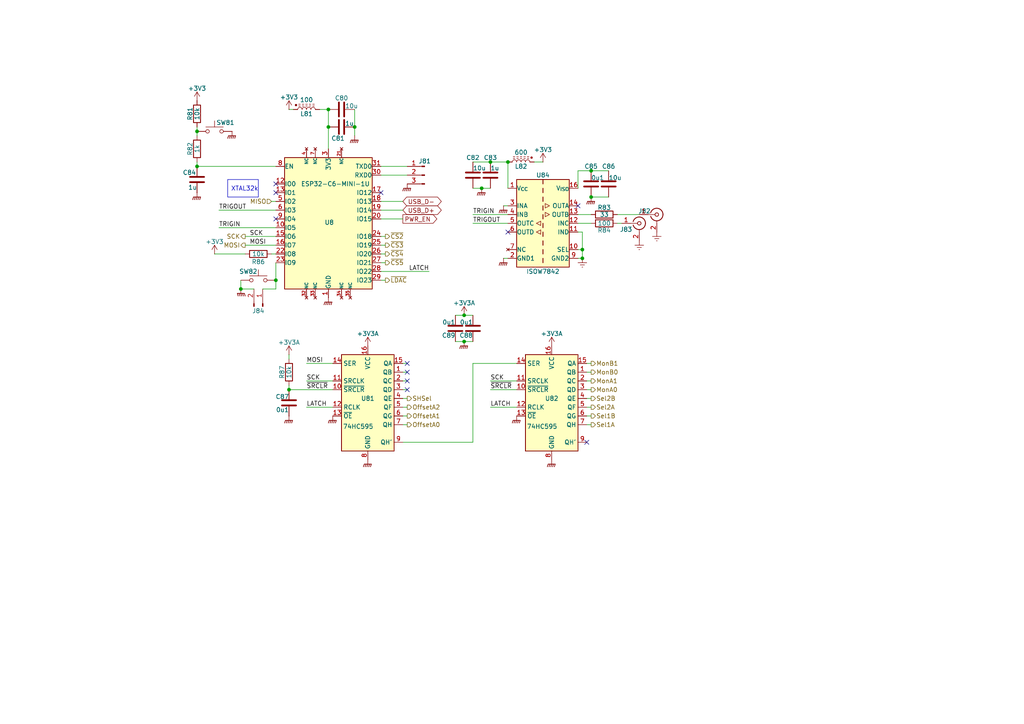
<source format=kicad_sch>
(kicad_sch (version 20250114) (generator "eeschema") (generator_version "9.0")
  (paper "A4")
  (lib_symbols
    (symbol "74xx:74HC595"
      (property "Reference" "U" (at -7.62 13.97 0))
      (property "Value" "74HC595" (at -7.62 -16.51 0))
      (symbol "74HC595_1_0"
        (pin input line (at -10.16 10.16 0) (length 2.54) (name "SER") (number "14"))
        (pin input line (at -10.16 5.08 0) (length 2.54) (name "SRCLK") (number "11"))
        (pin input line (at -10.16 2.54 0) (length 2.54) (name "~{SRCLR}") (number "10"))
        (pin input line (at -10.16 -2.54 0) (length 2.54) (name "RCLK") (number "12"))
        (pin input line (at -10.16 -5.08 0) (length 2.54) (name "~{OE}") (number "13"))
        (pin power_in line (at 0 15.24 270) (length 2.54) (name "VCC") (number "16"))
        (pin power_in line (at 0 -17.78 90) (length 2.54) (name "GND") (number "8"))
        (pin tri_state line (at 10.16 10.16 180) (length 2.54) (name "QA") (number "15"))
        (pin tri_state line (at 10.16 7.62 180) (length 2.54) (name "QB") (number "1"))
        (pin tri_state line (at 10.16 5.08 180) (length 2.54) (name "QC") (number "2"))
        (pin tri_state line (at 10.16 2.54 180) (length 2.54) (name "QD") (number "3"))
        (pin tri_state line (at 10.16 0 180) (length 2.54) (name "QE") (number "4"))
        (pin tri_state line (at 10.16 -2.54 180) (length 2.54) (name "QF") (number "5"))
        (pin tri_state line (at 10.16 -5.08 180) (length 2.54) (name "QG") (number "6"))
        (pin tri_state line (at 10.16 -7.62 180) (length 2.54) (name "QH") (number "7"))
        (pin output line (at 10.16 -12.7 180) (length 2.54) (name "QH'") (number "9"))
      )
      (symbol "74HC595_1_1"
        (rectangle (start -7.62 12.7) (end 7.62 -15.24) (stroke (width 0.254)) (fill (type background)))
      )
    )
    (symbol "Connector:Conn_01x02_Pin" (pin_names (offset 1.016) (hide yes))
      (property "Reference" "J" (at 0 2.54 0))
      (property "Value" "Conn_01x02_Pin" (at 0 -5.08 0))
      (symbol "Conn_01x02_Pin_1_1"
        (rectangle (start 0.8636 0.127) (end 0 -0.127) (stroke (width 0.1524)) (fill (type outline)))
        (rectangle (start 0.8636 -2.413) (end 0 -2.667) (stroke (width 0.1524)) (fill (type outline)))
        (polyline (pts (xy 1.27 0) (xy 0.8636 0)) (stroke (width 0.1524)))
        (polyline (pts (xy 1.27 -2.54) (xy 0.8636 -2.54)) (stroke (width 0.1524)))
        (pin passive line (at 5.08 0 180) (length 3.81) (name "Pin_1") (number "1"))
        (pin passive line (at 5.08 -2.54 180) (length 3.81) (name "Pin_2") (number "2"))
      )
    )
    (symbol "Connector:Conn_01x03_Pin" (pin_names (offset 1.016) (hide yes))
      (property "Reference" "J" (at 0 5.08 0))
      (property "Value" "Conn_01x03_Pin" (at 0 -5.08 0))
      (symbol "Conn_01x03_Pin_1_1"
        (rectangle (start 0.8636 2.667) (end 0 2.413) (stroke (width 0.1524)) (fill (type outline)))
        (rectangle (start 0.8636 0.127) (end 0 -0.127) (stroke (width 0.1524)) (fill (type outline)))
        (rectangle (start 0.8636 -2.413) (end 0 -2.667) (stroke (width 0.1524)) (fill (type outline)))
        (polyline (pts (xy 1.27 2.54) (xy 0.8636 2.54)) (stroke (width 0.1524)))
        (polyline (pts (xy 1.27 0) (xy 0.8636 0)) (stroke (width 0.1524)))
        (polyline (pts (xy 1.27 -2.54) (xy 0.8636 -2.54)) (stroke (width 0.1524)))
        (pin passive line (at 5.08 2.54 180) (length 3.81) (name "Pin_1") (number "1"))
        (pin passive line (at 5.08 0 180) (length 3.81) (name "Pin_2") (number "2"))
        (pin passive line (at 5.08 -2.54 180) (length 3.81) (name "Pin_3") (number "3"))
      )
    )
    (symbol "Connector:Conn_Coaxial" (pin_names (offset 1.016) (hide yes))
      (property "Reference" "J" (at 0.254 3.048 0))
      (property "Value" "Conn_Coaxial" (at 2.921 0 90))
      (symbol "Conn_Coaxial_0_1"
        (polyline (pts (xy -2.54 0) (xy -0.508 0)))
        (arc (start 1.778 0) (mid 0.222 -1.8079) (end -1.778 -0.508) (stroke (width 0.254)))
        (arc (start -1.778 0.508) (mid 0.2221 1.8084) (end 1.778 0) (stroke (width 0.254)))
        (circle (center 0 0) (radius 0.508) (stroke (width 0.2032)))
        (polyline (pts (xy 0 -2.54) (xy 0 -1.778)))
      )
      (symbol "Conn_Coaxial_1_1"
        (pin passive line (at -5.08 0 0) (length 2.54) (name "In") (number "1"))
        (pin passive line (at 0 -5.08 90) (length 2.54) (name "Ext") (number "2"))
      )
    )
    (symbol "Device:C" (pin_numbers (hide yes)) (pin_names (offset 0.254))
      (property "Reference" "C" (at 0.635 2.54 0))
      (property "Value" "C" (at 0.635 -2.54 0))
      (symbol "C_0_1"
        (polyline (pts (xy -2.032 0.762) (xy 2.032 0.762)) (stroke (width 0.508)))
        (polyline (pts (xy -2.032 -0.762) (xy 2.032 -0.762)) (stroke (width 0.508)))
      )
      (symbol "C_1_1"
        (pin passive line (at 0 3.81 270) (length 2.794) (name "~") (number "1"))
        (pin passive line (at 0 -3.81 90) (length 2.794) (name "~") (number "2"))
      )
    )
    (symbol "Device:R" (pin_numbers (hide yes)) (pin_names (offset 0))
      (property "Reference" "R" (at 2.032 0 90))
      (property "Value" "R" (at 0 0 90))
      (symbol "R_0_1"
        (rectangle (start -1.016 -2.54) (end 1.016 2.54) (stroke (width 0.254)))
      )
      (symbol "R_1_1"
        (pin passive line (at 0 3.81 270) (length 1.27) (name "~") (number "1"))
        (pin passive line (at 0 -3.81 90) (length 1.27) (name "~") (number "2"))
      )
    )
    (symbol "Parts:+3V3A" (power) (pin_numbers (hide yes)) (pin_names (offset 0) (hide yes))
      (property "Value" "+3V3A" (at 0 3.556 0))
      (symbol "+3V3A_0_1"
        (polyline (pts (xy -0.762 1.27) (xy 0 2.54)))
        (polyline (pts (xy 0 2.54) (xy 0.762 1.27)))
        (polyline (pts (xy 0 0) (xy 0 2.54)))
      )
      (symbol "+3V3A_1_1"
        (pin power_in line (at 0 0 90) (length 0) (name "~") (number "1"))
      )
    )
    (symbol "Parts:ESP32-C6-MINI-1U" (pin_names (offset 0.002))
      (property "Reference" "U" (at 0 0 0))
      (property "Value" "ESP32-C6-MINI-1U" (at 2.032 11.43 0))
      (symbol "ESP32-C6-MINI-1U_0_1"
        (rectangle (start -12.7 19.05) (end 12.7 -19.05) (stroke (width 0.254)) (fill (type background)))
      )
      (symbol "ESP32-C6-MINI-1U_1_1"
        (pin input line (at -15.24 16.51 0) (length 2.54) (name "EN") (number "8"))
        (pin bidirectional line (at -15.24 11.43 0) (length 2.54) (name "IO0") (number "12"))
        (pin bidirectional line (at -15.24 8.89 0) (length 2.54) (name "IO1") (number "13"))
        (pin bidirectional line (at -15.24 6.35 0) (length 2.54) (name "IO2") (number "5"))
        (pin bidirectional line (at -15.24 3.81 0) (length 2.54) (name "IO3") (number "6"))
        (pin bidirectional line (at -15.24 1.27 0) (length 2.54) (name "IO4") (number "9"))
        (pin bidirectional line (at -15.24 -1.27 0) (length 2.54) (name "IO5") (number "10"))
        (pin bidirectional line (at -15.24 -3.81 0) (length 2.54) (name "IO6") (number "15"))
        (pin bidirectional line (at -15.24 -6.35 0) (length 2.54) (name "IO7") (number "16"))
        (pin bidirectional line (at -15.24 -8.89 0) (length 2.54) (name "IO8") (number "22"))
        (pin bidirectional line (at -15.24 -11.43 0) (length 2.54) (name "IO9") (number "23"))
        (pin no_connect line (at -6.35 21.59 270) (length 2.54) (name "NC") (number "4"))
        (pin no_connect line (at -6.35 -21.59 90) (length 2.54) (name "NC") (number "32"))
        (pin no_connect line (at -3.81 21.59 270) (length 2.54) (name "NC") (number "7"))
        (pin no_connect line (at -3.81 -21.59 90) (length 2.54) (name "NC") (number "33"))
        (pin power_in line (at 0 21.59 270) (length 2.54) (name "3V3") (number "3"))
        (pin power_in line (at 0 -21.59 90) (length 2.54) (name "GND") (number "1"))
        (pin passive line (at 0 -21.59 90) (length 2.54) (hide yes) (name "GND") (number "11"))
        (pin passive line (at 0 -21.59 90) (length 2.54) (hide yes) (name "GND") (number "14"))
        (pin passive line (at 0 -21.59 90) (length 2.54) (hide yes) (name "GND") (number "2"))
        (pin passive line (at 0 -21.59 90) (length 2.54) (hide yes) (name "GND") (number "36"))
        (pin passive line (at 0 -21.59 90) (length 2.54) (hide yes) (name "GND") (number "37"))
        (pin passive line (at 0 -21.59 90) (length 2.54) (hide yes) (name "GND") (number "38"))
        (pin passive line (at 0 -21.59 90) (length 2.54) (hide yes) (name "GND") (number "39"))
        (pin passive line (at 0 -21.59 90) (length 2.54) (hide yes) (name "GND") (number "40"))
        (pin passive line (at 0 -21.59 90) (length 2.54) (hide yes) (name "GND") (number "41"))
        (pin passive line (at 0 -21.59 90) (length 2.54) (hide yes) (name "GND") (number "42"))
        (pin passive line (at 0 -21.59 90) (length 2.54) (hide yes) (name "GND") (number "43"))
        (pin passive line (at 0 -21.59 90) (length 2.54) (hide yes) (name "GND") (number "44"))
        (pin passive line (at 0 -21.59 90) (length 2.54) (hide yes) (name "GND") (number "45"))
        (pin passive line (at 0 -21.59 90) (length 2.54) (hide yes) (name "GND") (number "46"))
        (pin passive line (at 0 -21.59 90) (length 2.54) (hide yes) (name "GND") (number "47"))
        (pin passive line (at 0 -21.59 90) (length 2.54) (hide yes) (name "GND") (number "48"))
        (pin passive line (at 0 -21.59 90) (length 2.54) (hide yes) (name "GND") (number "49"))
        (pin passive line (at 0 -21.59 90) (length 2.54) (hide yes) (name "GND") (number "50"))
        (pin passive line (at 0 -21.59 90) (length 2.54) (hide yes) (name "GND") (number "51"))
        (pin passive line (at 0 -21.59 90) (length 2.54) (hide yes) (name "GND") (number "52"))
        (pin passive line (at 0 -21.59 90) (length 2.54) (hide yes) (name "GND") (number "53"))
        (pin no_connect line (at 3.81 21.59 270) (length 2.54) (name "NC") (number "21"))
        (pin no_connect line (at 3.81 -21.59 90) (length 2.54) (name "NC") (number "34"))
        (pin no_connect line (at 6.35 -21.59 90) (length 2.54) (name "NC") (number "35"))
        (pin bidirectional line (at 15.24 16.51 180) (length 2.54) (name "TXD0") (number "31"))
        (pin bidirectional line (at 15.24 13.97 180) (length 2.54) (name "RXD0") (number "30"))
        (pin bidirectional line (at 15.24 8.89 180) (length 2.54) (name "IO12") (number "17"))
        (pin bidirectional line (at 15.24 6.35 180) (length 2.54) (name "IO13") (number "18"))
        (pin bidirectional line (at 15.24 3.81 180) (length 2.54) (name "IO14") (number "19"))
        (pin bidirectional line (at 15.24 1.27 180) (length 2.54) (name "IO15") (number "20"))
        (pin bidirectional line (at 15.24 -3.81 180) (length 2.54) (name "IO18") (number "24"))
        (pin bidirectional line (at 15.24 -6.35 180) (length 2.54) (name "IO19") (number "25"))
        (pin bidirectional line (at 15.24 -8.89 180) (length 2.54) (name "IO20") (number "26"))
        (pin bidirectional line (at 15.24 -11.43 180) (length 2.54) (name "IO21") (number "27"))
        (pin bidirectional line (at 15.24 -13.97 180) (length 2.54) (name "IO22") (number "28"))
        (pin bidirectional line (at 15.24 -16.51 180) (length 2.54) (name "IO23") (number "29"))
      )
    )
    (symbol "Parts:ISOW7842" (pin_names (offset 0.002))
      (property "Reference" "U" (at -4.318 7.366 0))
      (property "Value" "ISOW7842" (at 0 -13.97 0))
      (symbol "ISOW7842_0_1"
        (polyline (pts (xy -1.905 0) (xy -0.635 -0.635) (xy -0.635 0.635) (xy -1.905 0)))
        (polyline (pts (xy -1.905 -2.54) (xy -0.635 -1.905) (xy -0.635 -3.175) (xy -1.905 -2.54)))
        (polyline (pts (xy 0.635 5.715) (xy 0.635 4.445) (xy 1.905 5.08) (xy 0.635 5.715)))
        (polyline (pts (xy 0.635 3.175) (xy 0.635 1.905) (xy 1.905 2.54) (xy 0.635 3.175)))
      )
      (symbol "ISOW7842_1_1"
        (rectangle (start -7.62 12.7) (end 7.62 -12.7) (stroke (width 0.254)) (fill (type background)))
        (polyline (pts (xy 0 12.7) (xy 0 11.43)) (stroke (width 0.254)))
        (polyline (pts (xy 0 10.16) (xy 0 8.89)) (stroke (width 0.254)))
        (polyline (pts (xy 0 7.62) (xy 0 6.35)) (stroke (width 0.254)))
        (polyline (pts (xy 0 5.08) (xy 0 3.81)) (stroke (width 0.254)))
        (polyline (pts (xy 0 2.54) (xy 0 1.27)) (stroke (width 0.254)))
        (polyline (pts (xy 0 0) (xy 0 -1.27)) (stroke (width 0.254)))
        (polyline (pts (xy 0 -2.54) (xy 0 -3.81)) (stroke (width 0.254)))
        (polyline (pts (xy 0 -5.08) (xy 0 -6.35)) (stroke (width 0.254)))
        (polyline (pts (xy 0 -7.62) (xy 0 -8.89)) (stroke (width 0.254)))
        (polyline (pts (xy 0 -10.16) (xy 0 -11.43)) (stroke (width 0.254)))
        (pin power_in line (at -10.16 10.16 0) (length 2.54) (name "V_{CC}") (number "1"))
        (pin input line (at -10.16 5.08 0) (length 2.54) (name "INA") (number "3"))
        (pin input line (at -10.16 2.54 0) (length 2.54) (name "INB") (number "4"))
        (pin output line (at -10.16 0 0) (length 2.54) (name "OUTC") (number "5"))
        (pin output line (at -10.16 -2.54 0) (length 2.54) (name "OUTD") (number "6"))
        (pin no_connect line (at -10.16 -7.62 0) (length 2.54) (name "NC") (number "7"))
        (pin power_in line (at -10.16 -10.16 0) (length 2.54) (name "GND1") (number "2"))
        (pin passive line (at -10.16 -10.16 0) (length 2.54) (hide yes) (name "GND1") (number "8"))
        (pin power_out line (at 10.16 10.16 180) (length 2.54) (name "V_{ISO}") (number "16"))
        (pin output line (at 10.16 5.08 180) (length 2.54) (name "OUTA") (number "14"))
        (pin output line (at 10.16 2.54 180) (length 2.54) (name "OUTB") (number "13"))
        (pin input line (at 10.16 0 180) (length 2.54) (name "INC") (number "12"))
        (pin input line (at 10.16 -2.54 180) (length 2.54) (name "IND") (number "11"))
        (pin input line (at 10.16 -7.62 180) (length 2.54) (name "SEL") (number "10"))
        (pin passive line (at 10.16 -10.16 180) (length 2.54) (hide yes) (name "GND2") (number "15"))
        (pin power_out line (at 10.16 -10.16 180) (length 2.54) (name "GND2") (number "9"))
      )
    )
    (symbol "Parts:L_Ferrite_Power" (pin_numbers (hide yes)) (pin_names (offset 1.016) (hide yes))
      (property "Reference" "L" (at -1.27 0 90))
      (property "Value" "L_Ferrite_Power" (at 2.794 0 90))
      (symbol "L_Ferrite_Power_0_1"
        (arc (start 0 2.54) (mid 0.6323 1.905) (end 0 1.27))
        (arc (start 0 1.27) (mid 0.6323 0.635) (end 0 0))
        (arc (start 0 0) (mid 0.6323 -0.635) (end 0 -1.27))
        (arc (start 0 -1.27) (mid 0.6323 -1.905) (end 0 -2.54))
        (polyline (pts (xy 1.016 1.778) (xy 1.016 2.286)))
        (polyline (pts (xy 1.016 0.762) (xy 1.016 1.27)))
        (polyline (pts (xy 1.016 -0.254) (xy 1.016 0.254)))
        (polyline (pts (xy 1.016 -1.27) (xy 1.016 -0.762)))
        (polyline (pts (xy 1.016 -2.286) (xy 1.016 -1.778)))
        (circle (center 1.27 3.048) (radius 0.254) (fill (type outline)))
        (polyline (pts (xy 1.524 2.286) (xy 1.524 1.778)))
        (polyline (pts (xy 1.524 1.27) (xy 1.524 0.762)))
        (polyline (pts (xy 1.524 0.254) (xy 1.524 -0.254)))
        (polyline (pts (xy 1.524 -0.762) (xy 1.524 -1.27)))
        (polyline (pts (xy 1.524 -1.778) (xy 1.524 -2.286)))
      )
      (symbol "L_Ferrite_Power_1_1"
        (pin power_in line (at 0 3.81 270) (length 1.27) (name "1") (number "1"))
        (pin power_out line (at 0 -3.81 90) (length 1.27) (name "2") (number "2"))
      )
    )
    (symbol "Switch:SW_Push" (pin_numbers (hide yes)) (pin_names (offset 1.016) (hide yes))
      (property "Reference" "SW" (at 1.27 2.54 0))
      (property "Value" "SW_Push" (at 0 -1.524 0))
      (symbol "SW_Push_0_1"
        (circle (center -2.032 0) (radius 0.508))
        (polyline (pts (xy 0 1.27) (xy 0 3.048)))
        (circle (center 2.032 0) (radius 0.508))
        (polyline (pts (xy 2.54 1.27) (xy -2.54 1.27)))
        (pin passive line (at -5.08 0 0) (length 2.54) (name "1") (number "1"))
        (pin passive line (at 5.08 0 180) (length 2.54) (name "2") (number "2"))
      )
    )
    (symbol "power:+3V3" (power) (pin_numbers (hide yes)) (pin_names (offset 0) (hide yes))
      (property "Value" "+3V3" (at 0 3.556 0))
      (symbol "+3V3_0_1"
        (polyline (pts (xy -0.762 1.27) (xy 0 2.54)))
        (polyline (pts (xy 0 2.54) (xy 0.762 1.27)))
        (polyline (pts (xy 0 0) (xy 0 2.54)))
      )
      (symbol "+3V3_1_1"
        (pin power_in line (at 0 0 90) (length 0) (name "~") (number "1"))
      )
    )
    (symbol "power:Earth" (power) (pin_numbers (hide yes)) (pin_names (offset 0) (hide yes))
      (property "Value" "Earth" (at 0 -3.81 0))
      (symbol "Earth_0_1"
        (polyline (pts (xy -0.635 -1.905) (xy 0.635 -1.905)))
        (polyline (pts (xy -0.127 -2.54) (xy 0.127 -2.54)))
        (polyline (pts (xy 0 -1.27) (xy 0 0)))
        (polyline (pts (xy 1.27 -1.27) (xy -1.27 -1.27)))
      )
      (symbol "Earth_1_1"
        (pin power_in line (at 0 0 270) (length 0) (name "~") (number "1"))
      )
    )
    (symbol "power:GNDPWR" (power) (pin_numbers (hide yes)) (pin_names (offset 0) (hide yes))
      (property "Value" "GNDPWR" (at 0 -3.302 0))
      (symbol "GNDPWR_0_1"
        (polyline (pts (xy -1.016 -1.27) (xy -1.27 -2.032) (xy -1.27 -2.032)) (stroke (width 0.2032)))
        (polyline (pts (xy -0.508 -1.27) (xy -0.762 -2.032) (xy -0.762 -2.032)) (stroke (width 0.2032)))
        (polyline (pts (xy 0 -1.27) (xy 0 0)))
        (polyline (pts (xy 0 -1.27) (xy -0.254 -2.032) (xy -0.254 -2.032)) (stroke (width 0.2032)))
        (polyline (pts (xy 0.508 -1.27) (xy 0.254 -2.032) (xy 0.254 -2.032)) (stroke (width 0.2032)))
        (polyline (pts (xy 1.016 -1.27) (xy -1.016 -1.27) (xy -1.016 -1.27)) (stroke (width 0.2032)))
        (polyline (pts (xy 1.016 -1.27) (xy 0.762 -2.032) (xy 0.762 -2.032) (xy 0.762 -2.032)) (stroke (width 0.2032)))
      )
      (symbol "GNDPWR_1_1"
        (pin power_in line (at 0 0 270) (length 0) (name "~") (number "1"))
      )
    )
  )
  (text_box "XTAL32k" (at 66.04 52.07 0) (size 8.8899 5.0799) (margins 0.9525 0.9525 0.9525 0.9525) (effects (font (size 1.27 1.27)) (justify left)))
  (junction (at 83.82 113.03))
  (junction (at 80.01 81.28))
  (junction (at 168.91 74.93))
  (junction (at 147.32 46.99))
  (junction (at 95.25 31.75))
  (junction (at 134.62 99.06))
  (junction (at 95.25 36.83))
  (junction (at 57.15 48.26))
  (junction (at 139.7 54.61))
  (junction (at 69.85 83.82))
  (junction (at 142.24 46.99))
  (junction (at 134.62 91.44))
  (junction (at 171.45 57.15))
  (junction (at 171.45 49.53))
  (junction (at 168.91 72.39))
  (junction (at 102.87 36.83))
  (junction (at 57.15 38.1))
  (no_connect (at 147.32 67.31))
  (no_connect (at 118.11 107.95))
  (no_connect (at 80.01 55.88))
  (no_connect (at 118.11 113.03))
  (no_connect (at 80.01 53.34))
  (no_connect (at 118.11 105.41))
  (no_connect (at 170.18 128.27))
  (no_connect (at 118.11 110.49))
  (no_connect (at 167.64 59.69))
  (no_connect (at 80.01 63.5))
  (no_connect (at 110.49 55.88))
  (wire (pts (xy 110.49 71.12) (xy 111.76 71.12)))
  (wire (pts (xy 137.16 64.77) (xy 147.32 64.77)))
  (wire (pts (xy 134.62 99.06) (xy 137.16 99.06)))
  (wire (pts (xy 110.49 63.5) (xy 116.84 63.5)))
  (wire (pts (xy 170.18 105.41) (xy 171.45 105.41)))
  (wire (pts (xy 76.2 83.82) (xy 80.01 83.82)))
  (wire (pts (xy 137.16 105.41) (xy 149.86 105.41)))
  (wire (pts (xy 146.05 59.69) (xy 147.32 59.69)))
  (wire (pts (xy 116.84 58.42) (xy 110.49 58.42)))
  (wire (pts (xy 171.45 57.15) (xy 176.53 57.15)))
  (wire (pts (xy 170.18 120.65) (xy 171.45 120.65)))
  (wire (pts (xy 168.91 72.39) (xy 168.91 74.93)))
  (wire (pts (xy 78.74 58.42) (xy 80.01 58.42)))
  (wire (pts (xy 57.15 36.83) (xy 57.15 38.1)))
  (wire (pts (xy 110.49 76.2) (xy 111.76 76.2)))
  (wire (pts (xy 137.16 128.27) (xy 116.84 128.27)))
  (wire (pts (xy 80.01 76.2) (xy 80.01 81.28)))
  (wire (pts (xy 167.64 67.31) (xy 168.91 67.31)))
  (wire (pts (xy 142.24 54.61) (xy 139.7 54.61)))
  (wire (pts (xy 142.24 118.11) (xy 149.86 118.11)))
  (wire (pts (xy 63.5 66.04) (xy 80.01 66.04)))
  (wire (pts (xy 63.5 60.96) (xy 80.01 60.96)))
  (wire (pts (xy 102.87 36.83) (xy 102.87 39.37)))
  (wire (pts (xy 116.84 113.03) (xy 118.11 113.03)))
  (wire (pts (xy 73.66 83.82) (xy 69.85 83.82)))
  (wire (pts (xy 147.32 46.99) (xy 147.32 54.61)))
  (wire (pts (xy 171.45 49.53) (xy 176.53 49.53)))
  (wire (pts (xy 170.18 113.03) (xy 171.45 113.03)))
  (wire (pts (xy 83.82 102.87) (xy 83.82 104.14)))
  (wire (pts (xy 88.9 110.49) (xy 96.52 110.49)))
  (wire (pts (xy 170.18 115.57) (xy 171.45 115.57)))
  (wire (pts (xy 139.7 54.61) (xy 137.16 54.61)))
  (wire (pts (xy 142.24 46.99) (xy 147.32 46.99)))
  (wire (pts (xy 62.23 73.66) (xy 71.12 73.66)))
  (wire (pts (xy 168.91 74.93) (xy 167.64 74.93)))
  (wire (pts (xy 110.49 78.74) (xy 124.46 78.74)))
  (wire (pts (xy 110.49 68.58) (xy 111.76 68.58)))
  (wire (pts (xy 167.64 62.23) (xy 171.45 62.23)))
  (wire (pts (xy 110.49 48.26) (xy 118.11 48.26)))
  (wire (pts (xy 57.15 48.26) (xy 80.01 48.26)))
  (wire (pts (xy 167.64 64.77) (xy 171.45 64.77)))
  (wire (pts (xy 88.9 105.41) (xy 96.52 105.41)))
  (wire (pts (xy 71.12 68.58) (xy 80.01 68.58)))
  (wire (pts (xy 80.01 83.82) (xy 80.01 81.28)))
  (wire (pts (xy 116.84 123.19) (xy 118.11 123.19)))
  (wire (pts (xy 132.08 91.44) (xy 134.62 91.44)))
  (wire (pts (xy 132.08 99.06) (xy 134.62 99.06)))
  (wire (pts (xy 157.48 46.99) (xy 154.94 46.99)))
  (wire (pts (xy 95.25 31.75) (xy 95.25 36.83)))
  (wire (pts (xy 71.12 71.12) (xy 80.01 71.12)))
  (wire (pts (xy 95.25 36.83) (xy 95.25 43.18)))
  (wire (pts (xy 134.62 91.44) (xy 137.16 91.44)))
  (wire (pts (xy 146.05 74.93) (xy 147.32 74.93)))
  (wire (pts (xy 167.64 49.53) (xy 171.45 49.53)))
  (wire (pts (xy 179.07 64.77) (xy 180.34 64.77)))
  (wire (pts (xy 78.74 73.66) (xy 80.01 73.66)))
  (wire (pts (xy 170.18 107.95) (xy 171.45 107.95)))
  (wire (pts (xy 137.16 46.99) (xy 142.24 46.99)))
  (wire (pts (xy 170.18 123.19) (xy 171.45 123.19)))
  (wire (pts (xy 57.15 46.99) (xy 57.15 48.26)))
  (wire (pts (xy 137.16 128.27) (xy 137.16 105.41)))
  (wire (pts (xy 110.49 73.66) (xy 111.76 73.66)))
  (wire (pts (xy 116.84 107.95) (xy 118.11 107.95)))
  (wire (pts (xy 149.86 113.03) (xy 142.24 113.03)))
  (wire (pts (xy 142.24 110.49) (xy 149.86 110.49)))
  (wire (pts (xy 116.84 115.57) (xy 118.11 115.57)))
  (wire (pts (xy 179.07 62.23) (xy 185.42 62.23)))
  (wire (pts (xy 83.82 31.75) (xy 85.09 31.75)))
  (wire (pts (xy 168.91 72.39) (xy 167.64 72.39)))
  (wire (pts (xy 116.84 110.49) (xy 118.11 110.49)))
  (wire (pts (xy 116.84 105.41) (xy 118.11 105.41)))
  (wire (pts (xy 110.49 81.28) (xy 111.76 81.28)))
  (wire (pts (xy 83.82 113.03) (xy 96.52 113.03)))
  (wire (pts (xy 110.49 50.8) (xy 118.11 50.8)))
  (wire (pts (xy 170.18 118.11) (xy 171.45 118.11)))
  (wire (pts (xy 116.84 118.11) (xy 118.11 118.11)))
  (wire (pts (xy 116.84 60.96) (xy 110.49 60.96)))
  (wire (pts (xy 88.9 118.11) (xy 96.52 118.11)))
  (wire (pts (xy 92.71 31.75) (xy 95.25 31.75)))
  (wire (pts (xy 57.15 38.1) (xy 57.15 39.37)))
  (wire (pts (xy 69.85 83.82) (xy 69.85 81.28)))
  (wire (pts (xy 137.16 62.23) (xy 147.32 62.23)))
  (wire (pts (xy 102.87 31.75) (xy 102.87 36.83)))
  (wire (pts (xy 168.91 67.31) (xy 168.91 72.39)))
  (wire (pts (xy 116.84 120.65) (xy 118.11 120.65)))
  (wire (pts (xy 170.18 110.49) (xy 171.45 110.49)))
  (wire (pts (xy 83.82 111.76) (xy 83.82 113.03)))
  (wire (pts (xy 167.64 54.61) (xy 167.64 49.53)))
  (label "~{SRCLR}" (at 88.9 113.03 0))
  (label "LATCH" (at 142.24 118.11 0))
  (label "MOSI" (at 88.9 105.41 0))
  (label "LATCH" (at 124.46 78.74 180))
  (label "SCK" (at 72.39 68.58 0))
  (label "TRIGIN" (at 137.16 62.23 0))
  (label "SCK" (at 88.9 110.49 0))
  (label "SCK" (at 142.24 110.49 0))
  (label "TRIGOUT" (at 63.5 60.96 0))
  (label "LATCH" (at 88.9 118.11 0))
  (label "~{SRCLR}" (at 142.24 113.03 0))
  (label "MOSI" (at 72.39 71.12 0))
  (label "TRIGIN" (at 63.5 66.04 0))
  (label "TRIGOUT" (at 137.16 64.77 0))
  (global_label "USB_D-" (shape bidirectional) (at 116.84 58.42 0) (property "Intersheetrefs" "${INTERSHEET_REFS}" (at 127.4452 58.42 0) (effects (justify left))))
  (global_label "PWR_EN" (shape output) (at 116.84 63.5 0) (property "Intersheetrefs" "${INTERSHEET_REFS}" (at 127.2637 63.5 0) (effects (justify left))))
  (global_label "USB_D+" (shape bidirectional) (at 116.84 60.96 0) (property "Intersheetrefs" "${INTERSHEET_REFS}" (at 127.4452 60.96 0) (effects (justify left))))
  (hierarchical_label "~{CS2}" (shape output) (at 111.76 68.58 0))
  (hierarchical_label "MOSI" (shape output) (at 71.12 71.12 180))
  (hierarchical_label "OffsetA0" (shape output) (at 118.11 123.19 0))
  (hierarchical_label "MonA1" (shape output) (at 171.45 110.49 0))
  (hierarchical_label "Sel2B" (shape output) (at 171.45 115.57 0))
  (hierarchical_label "~{CS4}" (shape output) (at 111.76 73.66 0))
  (hierarchical_label "~{CS5}" (shape output) (at 111.76 76.2 0))
  (hierarchical_label "Sel1B" (shape output) (at 171.45 120.65 0))
  (hierarchical_label "SHSel" (shape output) (at 118.11 115.57 0))
  (hierarchical_label "~{LDAC}" (shape output) (at 111.76 81.28 0))
  (hierarchical_label "OffsetA2" (shape output) (at 118.11 118.11 0))
  (hierarchical_label "MonB1" (shape output) (at 171.45 105.41 0))
  (hierarchical_label "MonB0" (shape output) (at 171.45 107.95 0))
  (hierarchical_label "~{CS3}" (shape output) (at 111.76 71.12 0))
  (hierarchical_label "Sel1A" (shape output) (at 171.45 123.19 0))
  (hierarchical_label "Sel2A" (shape output) (at 171.45 118.11 0))
  (hierarchical_label "MISO" (shape input) (at 78.74 58.42 180))
  (hierarchical_label "MonA0" (shape output) (at 171.45 113.03 0))
  (hierarchical_label "OffsetA1" (shape output) (at 118.11 120.65 0))
  (hierarchical_label "SCK" (shape output) (at 71.12 68.58 180))
  (symbol (lib_id "power:GNDPWR") (at 106.68 133.35 0) (unit 1)
    (property "Reference" "#PWR0277" (effects (hide yes)))
    (property "Value" "GNDPWR" (effects (hide yes)))
    (property "Description" "Power symbol creates a global label with name \"GNDPWR\" , global ground" (effects (hide yes)))
  )
  (symbol (lib_id "Device:C") (at 142.24 50.8 0) (unit 1)
    (property "Reference" "C83" (at 142.24 45.72 0))
    (property "Value" "1u" (at 142.24 48.768 0) (effects (justify left)))
    (property "Footprint" "Capacitor_SMD:C_0402_1005Metric" (effects (hide yes)))
    (property "Datasheet" "25V" (effects (hide yes)))
    (property "Description" "Unpolarized capacitor" (effects (hide yes)))
    (property "LCSC" "C52923" (effects (hide yes)))
  )
  (symbol (lib_id "Device:C") (at 99.06 31.75 90) (unit 1)
    (property "Reference" "C80" (at 99.06 28.448 90))
    (property "Value" "10u" (at 100.076 30.734 90) (effects (justify right)))
    (property "Footprint" "Capacitor_SMD:C_0603_1608Metric" (effects (hide yes)))
    (property "Datasheet" "25V" (effects (hide yes)))
    (property "Description" "Unpolarized capacitor" (effects (hide yes)))
    (property "LCSC" "C96446" (effects (hide yes)))
  )
  (symbol (lib_id "Switch:SW_Push") (at 62.23 38.1 0) (unit 1)
    (property "Reference" "SW81" (at 62.738 35.56 0) (effects (justify left)))
    (property "Value" "SW_Push" (effects (hide yes)))
    (property "Footprint" "Button_Switch_SMD:SW_SPST_TS-1088-xR020" (effects (hide yes)))
    (property "Description" "Push button switch, generic, two pins" (effects (hide yes)))
    (property "LCSC" "C720477" (effects (hide yes)))
  )
  (symbol (lib_id "power:GNDPWR") (at 57.15 55.88 0) (unit 1)
    (property "Reference" "#PWR0313" (effects (hide yes)))
    (property "Value" "GNDPWR" (effects (hide yes)))
    (property "Description" "Power symbol creates a global label with name \"GNDPWR\" , global ground" (effects (hide yes)))
  )
  (symbol (lib_id "Parts:+3V3A") (at 106.68 100.33 0) (unit 1)
    (property "Reference" "#PWR0718" (effects (hide yes)))
    (property "Value" "+3V3A" (at 106.68 96.774 0))
    (property "Description" "Power symbol creates a global label with name {dblquote}+3V3A{dblquote}" (effects (hide yes)))
  )
  (symbol (lib_id "power:GNDPWR") (at 118.11 53.34 0) (unit 1)
    (property "Reference" "#PWR0319" (effects (hide yes)))
    (property "Value" "GNDPWR" (effects (hide yes)))
    (property "Description" "Power symbol creates a global label with name \"GNDPWR\" , global ground" (effects (hide yes)))
  )
  (symbol (lib_id "power:GNDPWR") (at 146.05 74.93 0) (unit 1)
    (property "Reference" "#PWR0713" (effects (hide yes)))
    (property "Value" "GNDPWR" (effects (hide yes)))
    (property "Description" "Power symbol creates a global label with name \"GNDPWR\" , global ground" (effects (hide yes)))
  )
  (symbol (lib_id "power:GNDPWR") (at 67.31 38.1 0) (unit 1)
    (property "Reference" "#PWR0266" (effects (hide yes)))
    (property "Value" "GNDPWR" (effects (hide yes)))
    (property "Description" "Power symbol creates a global label with name \"GNDPWR\" , global ground" (effects (hide yes)))
  )
  (symbol (lib_id "power:GNDPWR") (at 95.25 86.36 0) (unit 1)
    (property "Reference" "#PWR0145" (effects (hide yes)))
    (property "Value" "GNDPWR" (effects (hide yes)))
    (property "Description" "Power symbol creates a global label with name \"GNDPWR\" , global ground" (effects (hide yes)))
  )
  (symbol (lib_id "Parts:+3V3A") (at 134.62 91.44 0) (unit 1)
    (property "Reference" "#PWR0723" (effects (hide yes)))
    (property "Value" "+3V3A" (at 134.62 87.884 0))
    (property "Description" "Power symbol creates a global label with name {dblquote}+3V3A{dblquote}" (effects (hide yes)))
  )
  (symbol (lib_id "power:GNDPWR") (at 146.05 59.69 0) (unit 1)
    (property "Reference" "#PWR0705" (effects (hide yes)))
    (property "Value" "GNDPWR" (effects (hide yes)))
    (property "Description" "Power symbol creates a global label with name \"GNDPWR\" , global ground" (effects (hide yes)))
  )
  (symbol (lib_id "power:GNDPWR") (at 96.52 120.65 0) (unit 1)
    (property "Reference" "#PWR0288" (effects (hide yes)))
    (property "Value" "GNDPWR" (effects (hide yes)))
    (property "Description" "Power symbol creates a global label with name \"GNDPWR\" , global ground" (effects (hide yes)))
  )
  (symbol (lib_id "74xx:74HC595") (at 160.02 115.57 0) (unit 1)
    (property "Reference" "U82" (at 160.02 115.57 0))
    (property "Value" "74HC595" (at 157.226 123.698 0))
    (property "Footprint" "Package_SO:SOIC-16_3.9x9.9mm_P1.27mm" (effects (hide yes)))
    (property "Datasheet" "http://www.ti.com/lit/ds/symlink/sn74hc595.pdf" (effects (hide yes)))
    (property "Description" "8-bit serial in/out Shift Register 3-State Outputs" (effects (hide yes)))
    (property "LCSC" "C5947" (effects (hide yes)))
  )
  (symbol (lib_id "Device:C") (at 137.16 50.8 0) (unit 1)
    (property "Reference" "C82" (at 137.16 45.72 0))
    (property "Value" "10u" (at 137.16 48.768 0) (effects (justify left)))
    (property "Footprint" "Capacitor_SMD:C_0603_1608Metric" (effects (hide yes)))
    (property "Datasheet" "25V" (effects (hide yes)))
    (property "Description" "Unpolarized capacitor" (effects (hide yes)))
    (property "LCSC" "C96446" (effects (hide yes)))
  )
  (symbol (lib_id "Device:R") (at 57.15 33.02 180) (unit 1)
    (property "Reference" "R81" (at 55.118 33.02 90))
    (property "Value" "10k" (at 57.15 33.02 90))
    (property "Footprint" "Resistor_SMD:R_0402_1005Metric" (effects (hide yes)))
    (property "Description" "Resistor" (effects (hide yes)))
    (property "LCSC" "C25744" (effects (hide yes)))
  )
  (symbol (lib_id "power:GNDPWR") (at 134.62 99.06 0) (unit 1)
    (property "Reference" "#PWR0724" (effects (hide yes)))
    (property "Value" "GNDPWR" (effects (hide yes)))
    (property "Description" "Power symbol creates a global label with name \"GNDPWR\" , global ground" (effects (hide yes)))
  )
  (symbol (lib_id "Device:R") (at 57.15 43.18 180) (unit 1)
    (property "Reference" "R82" (at 55.118 43.18 90))
    (property "Value" "1k" (at 57.15 43.18 90))
    (property "Footprint" "Resistor_SMD:R_0402_1005Metric" (effects (hide yes)))
    (property "Description" "Resistor" (effects (hide yes)))
    (property "LCSC" "C11702" (effects (hide yes)))
  )
  (symbol (lib_id "Connector:Conn_Coaxial") (at 185.42 64.77 0) (unit 1) (in_bom no)
    (property "Reference" "J83" (at 183.388 66.548 0) (effects (justify right)))
    (property "Value" "Conn_Coaxial" (effects (hide yes)))
    (property "Footprint" "Connector_Coaxial:SMA_Amphenol_901-144_Vertical" (effects (hide yes)))
    (property "Description" "coaxial connector (BNC, SMA, SMB, SMC, Cinch/RCA, LEMO, ...)" (effects (hide yes)))
  )
  (symbol (lib_id "74xx:74HC595") (at 106.68 115.57 0) (unit 1)
    (property "Reference" "U81" (at 106.68 115.57 0))
    (property "Value" "74HC595" (at 103.886 123.698 0))
    (property "Footprint" "Package_SO:SOIC-16_3.9x9.9mm_P1.27mm" (effects (hide yes)))
    (property "Datasheet" "http://www.ti.com/lit/ds/symlink/sn74hc595.pdf" (effects (hide yes)))
    (property "Description" "8-bit serial in/out Shift Register 3-State Outputs" (effects (hide yes)))
    (property "LCSC" "C5947" (effects (hide yes)))
  )
  (symbol (lib_id "power:+3V3") (at 83.82 31.75 0) (unit 1)
    (property "Reference" "#PWR0163" (effects (hide yes)))
    (property "Value" "+3V3" (at 83.82 28.194 0))
    (property "Description" "Power symbol creates a global label with name \"+3V3\"" (effects (hide yes)))
  )
  (symbol (lib_id "Device:C") (at 137.16 95.25 0) (mirror y) (unit 1)
    (property "Reference" "C88" (at 137.16 97.282 0) (effects (justify left)))
    (property "Value" "0u1" (at 137.16 93.472 0) (effects (justify left)))
    (property "Footprint" "Capacitor_SMD:C_0402_1005Metric" (effects (hide yes)))
    (property "Datasheet" "X7R, 50V" (effects (hide yes)))
    (property "Description" "Unpolarized capacitor" (effects (hide yes)))
    (property "LCSC" "C307331" (effects (hide yes)))
  )
  (symbol (lib_id "power:+3V3") (at 57.15 29.21 0) (unit 1)
    (property "Reference" "#PWR0303" (effects (hide yes)))
    (property "Value" "+3V3" (at 57.15 25.654 0))
    (property "Description" "Power symbol creates a global label with name \"+3V3\"" (effects (hide yes)))
  )
  (symbol (lib_id "power:+3V3") (at 157.48 46.99 0) (mirror y) (unit 1)
    (property "Reference" "#PWR0305" (effects (hide yes)))
    (property "Value" "+3V3" (at 157.48 43.434 0))
    (property "Description" "Power symbol creates a global label with name \"+3V3\"" (effects (hide yes)))
  )
  (symbol (lib_id "power:GNDPWR") (at 160.02 133.35 0) (unit 1)
    (property "Reference" "#PWR0370" (effects (hide yes)))
    (property "Value" "GNDPWR" (effects (hide yes)))
    (property "Description" "Power symbol creates a global label with name \"GNDPWR\" , global ground" (effects (hide yes)))
  )
  (symbol (lib_id "Device:R") (at 74.93 73.66 90) (unit 1)
    (property "Reference" "R86" (at 74.93 75.946 90))
    (property "Value" "10k" (at 74.93 73.66 90))
    (property "Footprint" "Resistor_SMD:R_0402_1005Metric" (effects (hide yes)))
    (property "Description" "Resistor" (effects (hide yes)))
    (property "LCSC" "C25744" (effects (hide yes)))
  )
  (symbol (lib_id "Connector:Conn_Coaxial") (at 190.5 62.23 0) (unit 1) (in_bom no)
    (property "Reference" "J82" (at 188.722 61.214 0) (effects (justify right)))
    (property "Value" "Conn_Coaxial" (effects (hide yes)))
    (property "Footprint" "Connector_Coaxial:SMA_Amphenol_901-144_Vertical" (effects (hide yes)))
    (property "Description" "coaxial connector (BNC, SMA, SMB, SMC, Cinch/RCA, LEMO, ...)" (effects (hide yes)))
  )
  (symbol (lib_id "Parts:+3V3A") (at 160.02 100.33 0) (unit 1)
    (property "Reference" "#PWR0368" (effects (hide yes)))
    (property "Value" "+3V3A" (at 160.02 96.774 0))
    (property "Description" "Power symbol creates a global label with name {dblquote}+3V3A{dblquote}" (effects (hide yes)))
  )
  (symbol (lib_id "power:GNDPWR") (at 171.45 57.15 0) (unit 1)
    (property "Reference" "#PWR0708" (effects (hide yes)))
    (property "Value" "GNDPWR" (effects (hide yes)))
    (property "Description" "Power symbol creates a global label with name \"GNDPWR\" , global ground" (effects (hide yes)))
  )
  (symbol (lib_id "Device:C") (at 99.06 36.83 90) (unit 1)
    (property "Reference" "C81" (at 98.044 40.132 90))
    (property "Value" "1u" (at 100.076 35.814 90) (effects (justify right)))
    (property "Footprint" "Capacitor_SMD:C_0402_1005Metric" (effects (hide yes)))
    (property "Datasheet" "25V" (effects (hide yes)))
    (property "Description" "Unpolarized capacitor" (effects (hide yes)))
    (property "LCSC" "C52923" (effects (hide yes)))
  )
  (symbol (lib_id "Device:C") (at 132.08 95.25 0) (mirror y) (unit 1)
    (property "Reference" "C89" (at 132.08 97.282 0) (effects (justify left)))
    (property "Value" "0u1" (at 132.08 93.472 0) (effects (justify left)))
    (property "Footprint" "Capacitor_SMD:C_0402_1005Metric" (effects (hide yes)))
    (property "Datasheet" "X7R, 50V" (effects (hide yes)))
    (property "Description" "Unpolarized capacitor" (effects (hide yes)))
    (property "LCSC" "C307331" (effects (hide yes)))
  )
  (symbol (lib_id "Connector:Conn_01x03_Pin") (at 123.19 50.8 0) (mirror y) (unit 1) (in_bom no)
    (property "Reference" "J81" (at 123.19 46.736 0))
    (property "Value" "Conn_01x03_Pin" (effects (hide yes)))
    (property "Footprint" "Parts:PinHeader_1x03_P2.54mm_Vertical" (effects (hide yes)))
    (property "Description" "Generic connector, single row, 01x03, script generated" (effects (hide yes)))
  )
  (symbol (lib_id "power:Earth") (at 185.42 69.85 0) (unit 1)
    (property "Reference" "#PWR0710" (effects (hide yes)))
    (property "Value" "Earth" (effects (hide yes)))
    (property "Description" "Power symbol creates a global label with name \"Earth\"" (effects (hide yes)))
  )
  (symbol (lib_id "power:GNDPWR") (at 139.7 54.61 0) (unit 1)
    (property "Reference" "#PWR0703" (effects (hide yes)))
    (property "Value" "GNDPWR" (effects (hide yes)))
    (property "Description" "Power symbol creates a global label with name \"GNDPWR\" , global ground" (effects (hide yes)))
  )
  (symbol (lib_id "Device:R") (at 175.26 62.23 90) (mirror x) (unit 1)
    (property "Reference" "R83" (at 175.26 60.198 90))
    (property "Value" "33" (at 175.26 62.23 90))
    (property "Footprint" "Resistor_SMD:R_0402_1005Metric" (effects (hide yes)))
    (property "Description" "Resistor" (effects (hide yes)))
    (property "LCSC" "C25105" (effects (hide yes)))
  )
  (symbol (lib_id "Parts:+3V3A") (at 83.82 102.87 0) (unit 1)
    (property "Reference" "#PWR0719" (effects (hide yes)))
    (property "Value" "+3V3A" (at 83.82 99.314 0))
    (property "Description" "Power symbol creates a global label with name {dblquote}+3V3A{dblquote}" (effects (hide yes)))
  )
  (symbol (lib_id "power:GNDPWR") (at 83.82 120.65 0) (unit 1)
    (property "Reference" "#PWR0314" (effects (hide yes)))
    (property "Value" "GNDPWR" (effects (hide yes)))
    (property "Description" "Power symbol creates a global label with name \"GNDPWR\" , global ground" (effects (hide yes)))
  )
  (symbol (lib_id "Device:C") (at 57.15 52.07 0) (mirror y) (unit 1)
    (property "Reference" "C84" (at 56.896 50.038 0) (effects (justify left)))
    (property "Value" "1u" (at 57.15 54.356 0) (effects (justify left)))
    (property "Footprint" "Capacitor_SMD:C_0402_1005Metric" (effects (hide yes)))
    (property "Datasheet" "25V" (effects (hide yes)))
    (property "Description" "Unpolarized capacitor" (effects (hide yes)))
    (property "LCSC" "C52923" (effects (hide yes)))
  )
  (symbol (lib_id "power:+3V3") (at 62.23 73.66 0) (unit 1)
    (property "Reference" "#PWR0320" (effects (hide yes)))
    (property "Value" "+3V3" (at 62.23 70.104 0))
    (property "Description" "Power symbol creates a global label with name \"+3V3\"" (effects (hide yes)))
  )
  (symbol (lib_id "power:GNDPWR") (at 102.87 39.37 0) (unit 1)
    (property "Reference" "#PWR0308" (effects (hide yes)))
    (property "Value" "GNDPWR" (effects (hide yes)))
    (property "Description" "Power symbol creates a global label with name \"GNDPWR\" , global ground" (effects (hide yes)))
  )
  (symbol (lib_id "Switch:SW_Push") (at 74.93 81.28 0) (mirror y) (unit 1)
    (property "Reference" "SW82" (at 74.676 78.74 0) (effects (justify left)))
    (property "Value" "SW_Push" (effects (hide yes)))
    (property "Footprint" "Button_Switch_SMD:SW_SPST_TS-1088-xR020" (effects (hide yes)))
    (property "Description" "Push button switch, generic, two pins" (effects (hide yes)))
    (property "LCSC" "C720477" (effects (hide yes)))
  )
  (symbol (lib_id "Device:C") (at 171.45 53.34 0) (unit 1)
    (property "Reference" "C85" (at 171.45 48.26 0))
    (property "Value" "0u1" (at 171.45 51.562 0) (effects (justify left)))
    (property "Footprint" "Capacitor_SMD:C_0402_1005Metric" (effects (hide yes)))
    (property "Datasheet" "X7R, 50V" (effects (hide yes)))
    (property "Description" "Unpolarized capacitor" (effects (hide yes)))
    (property "LCSC" "C307331" (effects (hide yes)))
  )
  (symbol (lib_id "power:Earth") (at 168.91 74.93 0) (unit 1)
    (property "Reference" "#PWR0714" (effects (hide yes)))
    (property "Value" "Earth" (effects (hide yes)))
    (property "Description" "Power symbol creates a global label with name \"Earth\"" (effects (hide yes)))
  )
  (symbol (lib_id "power:GNDPWR") (at 69.85 83.82 0) (mirror y) (unit 1)
    (property "Reference" "#PWR0316" (effects (hide yes)))
    (property "Value" "GNDPWR" (effects (hide yes)))
    (property "Description" "Power symbol creates a global label with name \"GNDPWR\" , global ground" (effects (hide yes)))
  )
  (symbol (lib_id "Parts:ISOW7842") (at 157.48 64.77 0) (unit 1) (in_bom no)
    (property "Reference" "U84" (at 157.48 50.8 0))
    (property "Value" "ISOW7842" (at 157.48 78.74 0))
    (property "Footprint" "Package_SO:SOIC-16W_7.5x10.3mm_P1.27mm" (effects (hide yes)))
    (property "Datasheet" "https://www.ti.com/lit/ds/symlink/isow7841.pdf" (effects (hide yes)))
    (property "Description" "Quad-Channel 2/2 Digital Isolator with Integrated Low-Emissions, Low-Noise DC-DC Converter, SOIC-20W" (effects (hide yes)))
    (property "Stock" "2" (effects (hide yes)))
  )
  (symbol (lib_id "power:GNDPWR") (at 149.86 120.65 0) (unit 1)
    (property "Reference" "#PWR0369" (effects (hide yes)))
    (property "Value" "GNDPWR" (effects (hide yes)))
    (property "Description" "Power symbol creates a global label with name \"GNDPWR\" , global ground" (effects (hide yes)))
  )
  (symbol (lib_id "Connector:Conn_01x02_Pin") (at 76.2 88.9 270) (mirror x) (unit 1) (in_bom no)
    (property "Reference" "J84" (at 74.93 90.17 90))
    (property "Value" "Conn_01x02_Pin" (effects (hide yes)))
    (property "Footprint" "Parts:PinHeader_1x02_P2.54mm_Vertical" (effects (hide yes)))
    (property "Description" "Generic connector, single row, 01x02, script generated" (effects (hide yes)))
  )
  (symbol (lib_id "Device:R") (at 83.82 107.95 180) (unit 1)
    (property "Reference" "R87" (at 81.788 107.95 90))
    (property "Value" "10k" (at 83.82 107.95 90))
    (property "Footprint" "Resistor_SMD:R_0402_1005Metric" (effects (hide yes)))
    (property "Description" "Resistor" (effects (hide yes)))
    (property "LCSC" "C25744" (effects (hide yes)))
  )
  (symbol (lib_id "Parts:L_Ferrite_Power") (at 151.13 46.99 270) (mirror x) (unit 1)
    (property "Reference" "L82" (at 151.13 48.26 90))
    (property "Value" "600" (at 151.13 44.196 90))
    (property "Footprint" "Inductor_SMD:L_0603_1608Metric" (effects (hide yes)))
    (property "Datasheet" "200mA / 450mΩ" (effects (hide yes)))
    (property "Description" "Inductor with ferrite core" (effects (hide yes)))
    (property "LCSC" "C1002" (effects (hide yes)))
  )
  (symbol (lib_id "Parts:ESP32-C6-MINI-1U") (at 95.25 64.77 0) (unit 1)
    (property "Reference" "U8" (at 95.504 64.516 0))
    (property "Value" "ESP32-C6-MINI-1U" (at 97.282 53.34 0))
    (property "Footprint" "RF_Module:ESP32-C6-MINI-1" (effects (hide yes)))
    (property "Datasheet" "https://www.espressif.com/sites/default/files/documentation/esp32-c6-mini-1_mini-1u_datasheet_en.pdf" (effects (hide yes)))
    (property "Description" "RF Module, ESP32-C6 SoC, Wi-Fi 802.11b/g/n/ax, Bluetooth, BLE, Zigbee, Thread, 32-bit, 3.3V, SMD, onboard antenna" (effects (hide yes)))
    (property "LCSC" "C20627095" (effects (hide yes)))
  )
  (symbol (lib_id "Parts:L_Ferrite_Power") (at 88.9 31.75 90) (unit 1)
    (property "Reference" "L81" (at 88.9 33.02 90))
    (property "Value" "100" (at 88.9 28.956 90))
    (property "Footprint" "Inductor_SMD:L_0603_1608Metric" (effects (hide yes)))
    (property "Datasheet" "2A / 50mΩ" (effects (hide yes)))
    (property "Description" "Inductor with ferrite core" (effects (hide yes)))
    (property "LCSC" "C14709" (effects (hide yes)))
  )
  (symbol (lib_id "Device:C") (at 176.53 53.34 0) (unit 1)
    (property "Reference" "C86" (at 176.53 48.26 0))
    (property "Value" "10u" (at 176.53 51.562 0) (effects (justify left)))
    (property "Footprint" "Capacitor_SMD:C_0603_1608Metric" (effects (hide yes)))
    (property "Datasheet" "25V" (effects (hide yes)))
    (property "Description" "Unpolarized capacitor" (effects (hide yes)))
    (property "LCSC" "C96446" (effects (hide yes)))
  )
  (symbol (lib_id "Device:C") (at 83.82 116.84 0) (mirror y) (unit 1)
    (property "Reference" "C87" (at 83.82 115.062 0) (effects (justify left)))
    (property "Value" "0u1" (at 83.82 118.872 0) (effects (justify left)))
    (property "Footprint" "Capacitor_SMD:C_0402_1005Metric" (effects (hide yes)))
    (property "Datasheet" "X7R, 50V" (effects (hide yes)))
    (property "Description" "Unpolarized capacitor" (effects (hide yes)))
    (property "LCSC" "C307331" (effects (hide yes)))
  )
  (symbol (lib_id "power:Earth") (at 190.5 67.31 0) (unit 1)
    (property "Reference" "#PWR0711" (effects (hide yes)))
    (property "Value" "Earth" (effects (hide yes)))
    (property "Description" "Power symbol creates a global label with name \"Earth\"" (effects (hide yes)))
  )
  (symbol (lib_id "Device:R") (at 175.26 64.77 90) (unit 1)
    (property "Reference" "R84" (at 175.26 66.802 90))
    (property "Value" "100" (at 175.26 64.77 90))
    (property "Footprint" "Resistor_SMD:R_0402_1005Metric" (effects (hide yes)))
    (property "Description" "Resistor" (effects (hide yes)))
    (property "LCSC" "C25076" (effects (hide yes)))
  )
)
</source>
